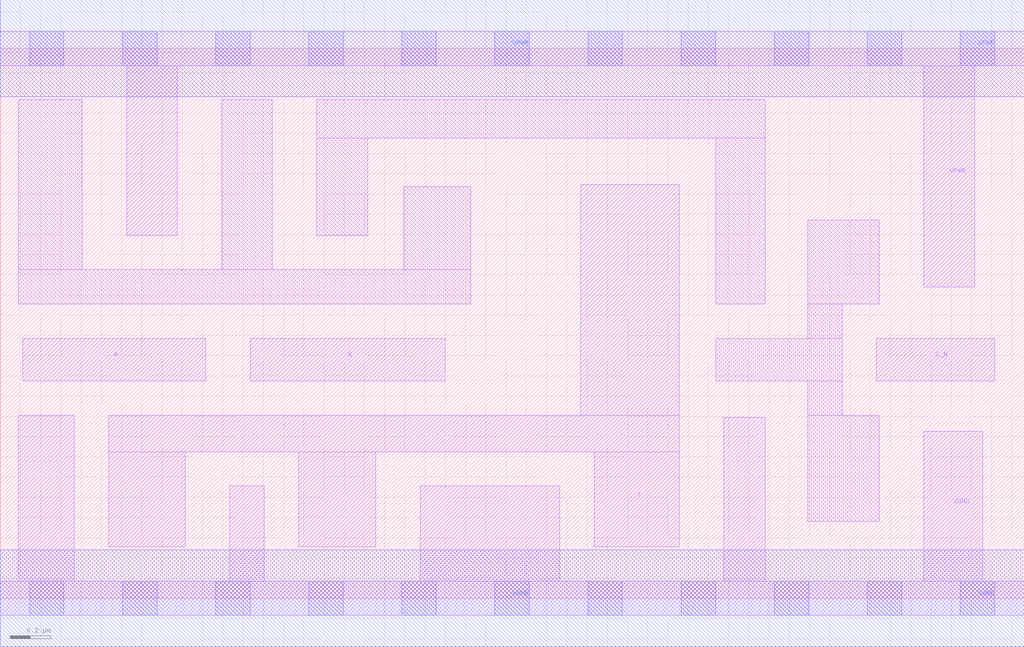
<source format=lef>
# Copyright 2020 The SkyWater PDK Authors
#
# Licensed under the Apache License, Version 2.0 (the "License");
# you may not use this file except in compliance with the License.
# You may obtain a copy of the License at
#
#     https://www.apache.org/licenses/LICENSE-2.0
#
# Unless required by applicable law or agreed to in writing, software
# distributed under the License is distributed on an "AS IS" BASIS,
# WITHOUT WARRANTIES OR CONDITIONS OF ANY KIND, either express or implied.
# See the License for the specific language governing permissions and
# limitations under the License.
#
# SPDX-License-Identifier: Apache-2.0

VERSION 5.7 ;
  NAMESCASESENSITIVE ON ;
  NOWIREEXTENSIONATPIN ON ;
  DIVIDERCHAR "/" ;
  BUSBITCHARS "[]" ;
UNITS
  DATABASE MICRONS 200 ;
END UNITS
PROPERTYDEFINITIONS
  MACRO maskLayoutSubType STRING ;
  MACRO prCellType STRING ;
  MACRO originalViewName STRING ;
END PROPERTYDEFINITIONS
MACRO sky130_fd_sc_hdll__nor3b_2
  CLASS CORE ;
  FOREIGN sky130_fd_sc_hdll__nor3b_2 ;
  ORIGIN  0.000000  0.000000 ;
  SIZE  5.060000 BY  2.720000 ;
  SYMMETRY X Y R90 ;
  SITE unithd ;
  PIN A
    ANTENNAGATEAREA  0.555000 ;
    DIRECTION INPUT ;
    USE SIGNAL ;
    PORT
      LAYER li1 ;
        RECT 0.110000 1.075000 1.015000 1.285000 ;
    END
  END A
  PIN B
    ANTENNAGATEAREA  0.555000 ;
    DIRECTION INPUT ;
    USE SIGNAL ;
    PORT
      LAYER li1 ;
        RECT 1.235000 1.075000 2.200000 1.285000 ;
    END
  END B
  PIN C_N
    ANTENNAGATEAREA  0.138600 ;
    DIRECTION INPUT ;
    USE SIGNAL ;
    PORT
      LAYER li1 ;
        RECT 4.330000 1.075000 4.915000 1.285000 ;
    END
  END C_N
  PIN VGND
    ANTENNADIFFAREA  1.066200 ;
    DIRECTION INOUT ;
    USE SIGNAL ;
    PORT
      LAYER li1 ;
        RECT 0.000000 -0.085000 5.060000 0.085000 ;
        RECT 0.090000  0.085000 0.365000 0.905000 ;
        RECT 1.135000  0.085000 1.305000 0.555000 ;
        RECT 2.075000  0.085000 2.765000 0.555000 ;
        RECT 3.575000  0.085000 3.780000 0.895000 ;
        RECT 4.565000  0.085000 4.855000 0.825000 ;
      LAYER mcon ;
        RECT 0.145000 -0.085000 0.315000 0.085000 ;
        RECT 0.605000 -0.085000 0.775000 0.085000 ;
        RECT 1.065000 -0.085000 1.235000 0.085000 ;
        RECT 1.525000 -0.085000 1.695000 0.085000 ;
        RECT 1.985000 -0.085000 2.155000 0.085000 ;
        RECT 2.445000 -0.085000 2.615000 0.085000 ;
        RECT 2.905000 -0.085000 3.075000 0.085000 ;
        RECT 3.365000 -0.085000 3.535000 0.085000 ;
        RECT 3.825000 -0.085000 3.995000 0.085000 ;
        RECT 4.285000 -0.085000 4.455000 0.085000 ;
        RECT 4.745000 -0.085000 4.915000 0.085000 ;
      LAYER met1 ;
        RECT 0.000000 -0.240000 5.060000 0.240000 ;
    END
  END VGND
  PIN VPWR
    ANTENNADIFFAREA  0.403400 ;
    DIRECTION INOUT ;
    USE SIGNAL ;
    PORT
      LAYER li1 ;
        RECT 0.000000 2.635000 5.060000 2.805000 ;
        RECT 0.625000 1.795000 0.875000 2.635000 ;
        RECT 4.565000 1.540000 4.815000 2.635000 ;
      LAYER mcon ;
        RECT 0.145000 2.635000 0.315000 2.805000 ;
        RECT 0.605000 2.635000 0.775000 2.805000 ;
        RECT 1.065000 2.635000 1.235000 2.805000 ;
        RECT 1.525000 2.635000 1.695000 2.805000 ;
        RECT 1.985000 2.635000 2.155000 2.805000 ;
        RECT 2.445000 2.635000 2.615000 2.805000 ;
        RECT 2.905000 2.635000 3.075000 2.805000 ;
        RECT 3.365000 2.635000 3.535000 2.805000 ;
        RECT 3.825000 2.635000 3.995000 2.805000 ;
        RECT 4.285000 2.635000 4.455000 2.805000 ;
        RECT 4.745000 2.635000 4.915000 2.805000 ;
      LAYER met1 ;
        RECT 0.000000 2.480000 5.060000 2.960000 ;
    END
  END VPWR
  PIN Y
    ANTENNADIFFAREA  0.979000 ;
    DIRECTION OUTPUT ;
    USE SIGNAL ;
    PORT
      LAYER li1 ;
        RECT 0.535000 0.255000 0.915000 0.725000 ;
        RECT 0.535000 0.725000 3.355000 0.905000 ;
        RECT 1.475000 0.255000 1.855000 0.725000 ;
        RECT 2.870000 0.905000 3.355000 2.045000 ;
        RECT 2.935000 0.255000 3.355000 0.725000 ;
    END
  END Y
  OBS
    LAYER li1 ;
      RECT 0.090000 1.455000 2.325000 1.625000 ;
      RECT 0.090000 1.625000 0.405000 2.465000 ;
      RECT 1.095000 1.625000 1.345000 2.465000 ;
      RECT 1.565000 1.795000 1.815000 2.275000 ;
      RECT 1.565000 2.275000 3.780000 2.465000 ;
      RECT 1.995000 1.625000 2.325000 2.035000 ;
      RECT 3.535000 1.075000 4.160000 1.285000 ;
      RECT 3.535000 1.455000 3.780000 2.275000 ;
      RECT 3.990000 0.380000 4.345000 0.905000 ;
      RECT 3.990000 0.905000 4.160000 1.075000 ;
      RECT 3.990000 1.285000 4.160000 1.455000 ;
      RECT 3.990000 1.455000 4.345000 1.870000 ;
  END
  PROPERTY maskLayoutSubType "abstract" ;
  PROPERTY prCellType "standard" ;
  PROPERTY originalViewName "layout" ;
END sky130_fd_sc_hdll__nor3b_2

</source>
